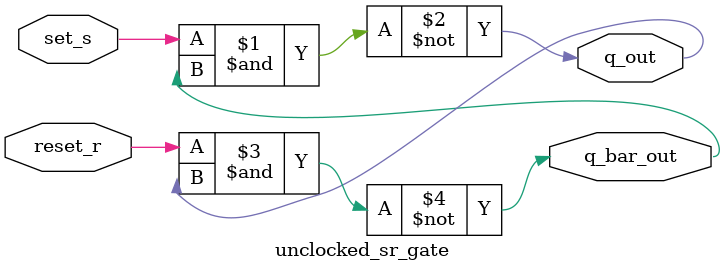
<source format=v>
module unclocked_sr_gate(set_s,reset_r,q_out,q_bar_out);
input set_s;
input reset_r;
output q_out, q_bar_out;
nand obj(q_out,set_s,q_bar_out);
nand obj1(q_bar_out,reset_r,q_out);
endmodule


</source>
